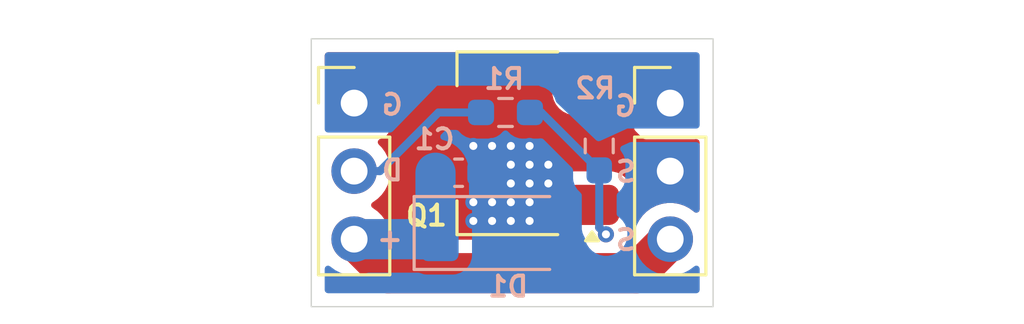
<source format=kicad_pcb>
(kicad_pcb (version 20241229) (generator "pcbnew") (generator_version "9.0")
  (layers (0 "F.Cu" signal) (4 "In1.Cu" signal) (6 "In2.Cu" signal) (2 "B.Cu" signal) (13 "F.Paste" user) (15 "B.Paste" user) (5 "F.SilkS" user "F.Silkscreen") (7 "B.SilkS" user "B.Silkscreen") (1 "F.Mask" user) (3 "B.Mask" user) (25 "Edge.Cuts" user))
  (net 0 "")
  (net 1 "GND")
  (net 2 "D5")
  (net 3 "SOL")
  (net 4 "VDD")
  (net 5 "GATE")
  (footprint "Connector_PinHeader_2.54mm:PinHeader_1x03_P2.54mm_Vertical" (layer "F.Cu") (at 163.4 102.4)
    (property "Reference" "REF**" (hide yes))
    (property "Value" "PinHeader_1x03_P2.54mm_Vertical")
    (fp_line (start -1.33 -1.33) (end 0 -1.33) (stroke (width 0.12)) (layer "F.SilkS"))
    (fp_line (start -1.33 0) (end -1.33 -1.33) (stroke (width 0.12)) (layer "F.SilkS"))
    (fp_line (start -1.33 1.27) (end -1.33 6.41) (stroke (width 0.12)) (layer "F.SilkS"))
    (fp_line (start -1.33 1.27) (end 1.33 1.27) (stroke (width 0.12)) (layer "F.SilkS"))
    (fp_line (start -1.33 6.41) (end 1.33 6.41) (stroke (width 0.12)) (layer "F.SilkS"))
    (fp_line (start 1.33 1.27) (end 1.33 6.41) (stroke (width 0.12)) (layer "F.SilkS"))
    (pad "1" thru_hole rect (at 0 0) (size 1.7 1.7) (drill 1) (layers "*.Cu" "*.Mask") (net 1 "GND"))
    (pad "2" thru_hole oval (at 0 2.54) (size 1.7 1.7) (drill 1) (layers "*.Cu" "*.Mask") (net 3 "SOL"))
    (pad "3" thru_hole oval (at 0 5.08) (size 1.7 1.7) (drill 1) (layers "*.Cu" "*.Mask") (net 4 "VDD"))
  )
  (footprint "Connector_PinHeader_2.54mm:PinHeader_1x03_P2.54mm_Vertical" (layer "F.Cu") (at 151.6 102.4)
    (property "Reference" "REF**" (hide yes))
    (property "Value" "PinHeader_1x03_P2.54mm_Vertical")
    (fp_line (start -1.33 -1.33) (end 0 -1.33) (stroke (width 0.12)) (layer "F.SilkS"))
    (fp_line (start -1.33 0) (end -1.33 -1.33) (stroke (width 0.12)) (layer "F.SilkS"))
    (fp_line (start -1.33 1.27) (end -1.33 6.41) (stroke (width 0.12)) (layer "F.SilkS"))
    (fp_line (start -1.33 1.27) (end 1.33 1.27) (stroke (width 0.12)) (layer "F.SilkS"))
    (fp_line (start -1.33 6.41) (end 1.33 6.41) (stroke (width 0.12)) (layer "F.SilkS"))
    (fp_line (start 1.33 1.27) (end 1.33 6.41) (stroke (width 0.12)) (layer "F.SilkS"))
    (pad "1" thru_hole rect (at 0 0) (size 1.7 1.7) (drill 1) (layers "*.Cu" "*.Mask") (net 1 "GND"))
    (pad "2" thru_hole oval (at 0 2.54) (size 1.7 1.7) (drill 1) (layers "*.Cu" "*.Mask") (net 2 "D5"))
    (pad "3" thru_hole oval (at 0 5.08) (size 1.7 1.7) (drill 1) (layers "*.Cu" "*.Mask") (net 4 "VDD"))
  )
  (footprint "Package_TO_SOT_SMD:SOT-223-3_TabPin2" (layer "F.Cu") (at 157.35 103.9 180)
    (property "Reference" "Q1" (at 3.05 -2.7 0) (layer "F.SilkS") (effects (font (size 0.75 0.75))))
    (property "Value" "BUK98150-55A")
    (fp_line (start 1.91 3.41) (end 1.91 2.15) (stroke (width 0.12)) (layer "F.SilkS"))
    (fp_line (start 1.91 -3.41) (end 1.91 -2.15) (stroke (width 0.12)) (layer "F.SilkS"))
    (fp_line (start -1.85 3.41) (end 1.91 3.41) (stroke (width 0.12)) (layer "F.SilkS"))
    (fp_line (start -1.85 -3.41) (end 1.91 -3.41) (stroke (width 0.12)) (layer "F.SilkS"))
    (fp_poly (pts (xy -3.13 -3.31) (xy -3.37 -3.64) (xy -2.89 -3.64) (xy -3.13 -3.31)) (stroke (width 0.12)) (fill yes) (layer "F.SilkS"))
    (pad "1" smd roundrect (at -3.15 -2.3 180) (size 2 1.5) (layers "F.Cu" "F.Mask" "F.Paste") (net 5 "GATE"))
    (pad "2" smd roundrect (at -3.15 0 180) (size 2 1.5) (layers "F.Cu" "F.Mask" "F.Paste") (net 3 "SOL"))
    (pad "2" smd roundrect (at 3.15 0 180) (size 2 3.8) (layers "F.Cu" "F.Mask" "F.Paste") (net 3 "SOL"))
    (pad "3" smd roundrect (at -3.15 2.3 180) (size 2 1.5) (layers "F.Cu" "F.Mask" "F.Paste") (net 1 "GND"))
  )
  (footprint "Resistor_SMD:R_0603_1608Metric_Pad0.98x0.95mm_HandSolder" (layer "B.Cu") (at 160.75 104 -90)
    (property "Reference" "R2" (at -2.15 0.15 180) (layer "B.SilkS") (effects (font (size 0.75 0.75)) (justify mirror)))
    (property "Value" "100K")
    (fp_line (start 0.254724 0.5225) (end -0.254724 0.5225) (stroke (width 0.12)) (layer "B.SilkS"))
    (fp_line (start 0.254724 -0.5225) (end -0.254724 -0.5225) (stroke (width 0.12)) (layer "B.SilkS"))
    (pad "1" smd roundrect (at -0.9125 0 270) (size 0.975 0.95) (layers "B.Cu" "B.Mask" "B.Paste") (net 1 "GND"))
    (pad "2" smd roundrect (at 0.9125 0 270) (size 0.975 0.95) (layers "B.Cu" "B.Mask" "B.Paste") (net 5 "GATE"))
  )
  (footprint "Resistor_SMD:R_0603_1608Metric_Pad0.98x0.95mm_HandSolder" (layer "B.Cu") (at 157.25 102.75)
    (property "Reference" "R1" (at -0.05 -1.25 0) (layer "B.SilkS") (effects (font (size 0.75 0.75)) (justify mirror)))
    (property "Value" "1KOHM-1/16W-1%")
    (fp_line (start 0.254724 -0.5225) (end -0.254724 -0.5225) (stroke (width 0.12)) (layer "B.SilkS"))
    (fp_line (start 0.254724 0.5225) (end -0.254724 0.5225) (stroke (width 0.12)) (layer "B.SilkS"))
    (pad "1" smd roundrect (at -0.9125 0) (size 0.975 0.95) (layers "B.Cu" "B.Mask" "B.Paste") (net 2 "D5"))
    (pad "2" smd roundrect (at 0.9125 0) (size 0.975 0.95) (layers "B.Cu" "B.Mask" "B.Paste") (net 5 "GATE"))
  )
  (footprint "Diode_SMD:D_SOD-128" (layer "B.Cu") (at 157 107.25)
    (property "Reference" "D1" (at 0.35 2 180) (layer "B.SilkS") (effects (font (size 0.75 0.75)) (justify mirror)))
    (property "Value" "RF302LAM2S")
    (fp_line (start -3.16 -1.36) (end -3.16 1.36) (stroke (width 0.12)) (layer "B.SilkS"))
    (fp_line (start 1.9 -1.36) (end -3.16 -1.36) (stroke (width 0.12)) (layer "B.SilkS"))
    (fp_line (start 1.9 1.36) (end -3.16 1.36) (stroke (width 0.12)) (layer "B.SilkS"))
    (pad "1" smd roundrect (at -2.2 0) (size 1.4 2.1) (layers "B.Cu" "B.Mask" "B.Paste") (roundrect_rratio 0.1785714286) (net 4 "VDD"))
    (pad "2" smd roundrect (at 2.2 0) (size 1.4 2.1) (layers "B.Cu" "B.Mask" "B.Paste") (roundrect_rratio 0.1785714286) (net 3 "SOL"))
  )
  (footprint "Capacitor_SMD:C_0603_1608Metric_Pad1.08x0.95mm_HandSolder" (layer "B.Cu") (at 155.5 105 180)
    (property "Reference" "C1" (at 0.9 1.25 0) (layer "B.SilkS") (effects (font (size 0.75 0.75)) (justify mirror)))
    (property "Value" "0.1UF-16V-10%")
    (fp_line (start 0.146267 0.51) (end -0.146267 0.51) (stroke (width 0.12)) (layer "B.SilkS"))
    (fp_line (start 0.146267 -0.51) (end -0.146267 -0.51) (stroke (width 0.12)) (layer "B.SilkS"))
    (pad "1" smd roundrect (at -0.8625 0 180) (size 1.075 0.95) (layers "B.Cu" "B.Mask" "B.Paste") (net 3 "SOL"))
    (pad "2" smd roundrect (at 0.8625 0 180) (size 1.075 0.95) (layers "B.Cu" "B.Mask" "B.Paste") (net 4 "VDD"))
  )
  (gr_rect (start 150 100) (end 165 110) (stroke (width 0.05)) (fill no) (layer "Edge.Cuts"))
  (gr_text "G" (at 162.2 102.95 -0) (layer "B.SilkS") (effects (font (size 0.75 0.75) (thickness 0.15) (bold yes)) (justify left bottom mirror)))
  (gr_text "D" (at 153.5 105.35 -0) (layer "B.SilkS") (effects (font (size 0.75 0.75) (thickness 0.15) (bold yes)) (justify left bottom mirror)))
  (gr_text "+" (at 153.5 107.9 -0) (layer "B.SilkS") (effects (font (size 0.75 0.75) (thickness 0.15) (bold yes)) (justify left bottom mirror)))
  (gr_text "S" (at 162.2 105.4 0) (layer "B.SilkS") (effects (font (size 0.75 0.75) (thickness 0.15) (bold yes)) (justify left bottom mirror)))
  (gr_text "S" (at 162.2 107.95 0) (layer "B.SilkS") (effects (font (size 0.75 0.75) (thickness 0.15) (bold yes)) (justify left bottom mirror)))
  (gr_text "G" (at 153.5 102.9 -0) (layer "B.SilkS") (effects (font (size 0.75 0.75) (thickness 0.15) (bold yes)) (justify left bottom mirror)))
  (segment (start 162.6 101.6) (end 163.4 102.4) (width 1.5) (layer "F.Cu") (net 1))
  (segment (start 160.5 101.6) (end 162.6 101.6) (width 1.5) (layer "F.Cu") (net 1))
  (segment (start 154.75 102.75) (end 152.56 104.94) (width 0.3) (layer "B.Cu") (net 2))
  (segment (start 156.3375 102.75) (end 154.75 102.75) (width 0.3) (layer "B.Cu") (net 2))
  (segment (start 152.56 104.94) (end 151.6 104.94) (width 0.3) (layer "B.Cu") (net 2))
  (segment (start 161.5 103.9) (end 162.54 104.94) (width 1.5) (layer "F.Cu") (net 3))
  (segment (start 160.5 103.9) (end 161.5 103.9) (width 1.5) (layer "F.Cu") (net 3))
  (segment (start 162.54 104.94) (end 163.4 104.94) (width 1.5) (layer "F.Cu") (net 3))
  (via (at 158.15 105.4) (size 0.6) (drill 0.3) (layers "F.Cu" "B.Cu") (net 3))
  (via (at 158.15 104.7) (size 0.6) (drill 0.3) (layers "F.Cu" "B.Cu") (net 3))
  (via (at 158.85 104.7) (size 0.6) (drill 0.3) (layers "F.Cu" "B.Cu") (net 3))
  (via (at 157.45 104.7) (size 0.6) (drill 0.3) (layers "F.Cu" "B.Cu") (net 3))
  (via (at 158.15 106.1) (size 0.6) (drill 0.3) (layers "F.Cu" "B.Cu") (net 3))
  (via (at 158.85 105.4) (size 0.6) (drill 0.3) (layers "F.Cu" "B.Cu") (net 3))
  (via (at 156.75 104) (size 0.6) (drill 0.3) (layers "F.Cu" "B.Cu") (net 3))
  (via (at 158.15 106.8) (size 0.6) (drill 0.3) (layers "F.Cu" "B.Cu") (net 3))
  (via (at 157.45 106.1) (size 0.6) (drill 0.3) (layers "F.Cu" "B.Cu") (net 3))
  (via (at 157.45 105.4) (size 0.6) (drill 0.3) (layers "F.Cu" "B.Cu") (net 3))
  (via (at 156.75 106.1) (size 0.6) (drill 0.3) (layers "F.Cu" "B.Cu") (net 3))
  (via (at 156.75 106.8) (size 0.6) (drill 0.3) (layers "F.Cu" "B.Cu") (net 3))
  (via (at 156.05 106.1) (size 0.6) (drill 0.3) (layers "F.Cu" "B.Cu") (net 3))
  (via (at 157.45 104) (size 0.6) (drill 0.3) (layers "F.Cu" "B.Cu") (net 3))
  (via (at 157.45 106.8) (size 0.6) (drill 0.3) (layers "F.Cu" "B.Cu") (net 3))
  (via (at 158.15 104) (size 0.6) (drill 0.3) (layers "F.Cu" "B.Cu") (net 3))
  (via (at 156.05 106.8) (size 0.6) (drill 0.3) (layers "F.Cu" "B.Cu") (net 3))
  (via (at 156.05 104) (size 0.6) (drill 0.3) (layers "F.Cu" "B.Cu") (net 3))
  (segment (start 152.87 108.75) (end 162.13 108.75) (width 1.5) (layer "F.Cu") (net 4))
  (segment (start 162.13 108.75) (end 163.4 107.48) (width 1.5) (layer "F.Cu") (net 4))
  (segment (start 151.6 107.48) (end 152.87 108.75) (width 1.5) (layer "F.Cu") (net 4))
  (segment (start 154.1 107.48) (end 154.57 107.48) (width 1.5) (layer "B.Cu") (net 4))
  (segment (start 151.6 107.48) (end 154.1 107.48) (width 1.5) (layer "B.Cu") (net 4))
  (segment (start 154.6375 106.9425) (end 154.1 107.48) (width 1.5) (layer "B.Cu") (net 4))
  (segment (start 154.6375 105) (end 154.6375 106.9425) (width 1.5) (layer "B.Cu") (net 4))
  (segment (start 161 107.3) (end 160.75 107.05) (width 0.3) (layer "F.Cu") (net 5))
  (segment (start 160.75 107.05) (end 160.75 106.45) (width 0.3) (layer "F.Cu") (net 5))
  (segment (start 160.75 106.45) (end 160.5 106.2) (width 0.3) (layer "F.Cu") (net 5))
  (via (at 161 107.3) (size 0.6) (drill 0.3) (layers "F.Cu" "B.Cu") (net 5))
  (segment (start 160.75 104.9125) (end 160.75 107.05) (width 0.3) (layer "B.Cu") (net 5))
  (segment (start 158.5875 102.75) (end 160.75 104.9125) (width 0.3) (layer "B.Cu") (net 5))
  (segment (start 158.1625 102.75) (end 158.5875 102.75) (width 0.3) (layer "B.Cu") (net 5))
  (segment (start 160.75 107.05) (end 161 107.3) (width 0.3) (layer "B.Cu") (net 5))
  (zone (net 3) (net_name "SOL") (layers "F.Cu" "B.Cu" "In1.Cu" "In2.Cu") (connect_pads yes (clearance 0.5)) (min_thickness 0.25) (fill yes (thermal_gap 0.5) (thermal_bridge_width 0.5))
    (polygon (pts (xy 150.4 100.4) (xy 150.4 109.6) (xy 164.6 109.6) (xy 164.6 100.4)))
  )
  (zone (net 1) (net_name "GND") (layer "B.Cu") (priority 1) (connect_pads yes (clearance 0.5)) (min_thickness 0.25) (fill yes (thermal_gap 0.5) (thermal_bridge_width 0.5))
    (polygon (pts (xy 150.4 100.4) (xy 150.5 103.5) (xy 153 103.5) (xy 154.7 101.75) (xy 158.5 101.75) (xy 160.7 103.85) (xy 161.8 103.35) (xy 164.6 103.35) (xy 164.6 100.4)))
  )
)
</source>
